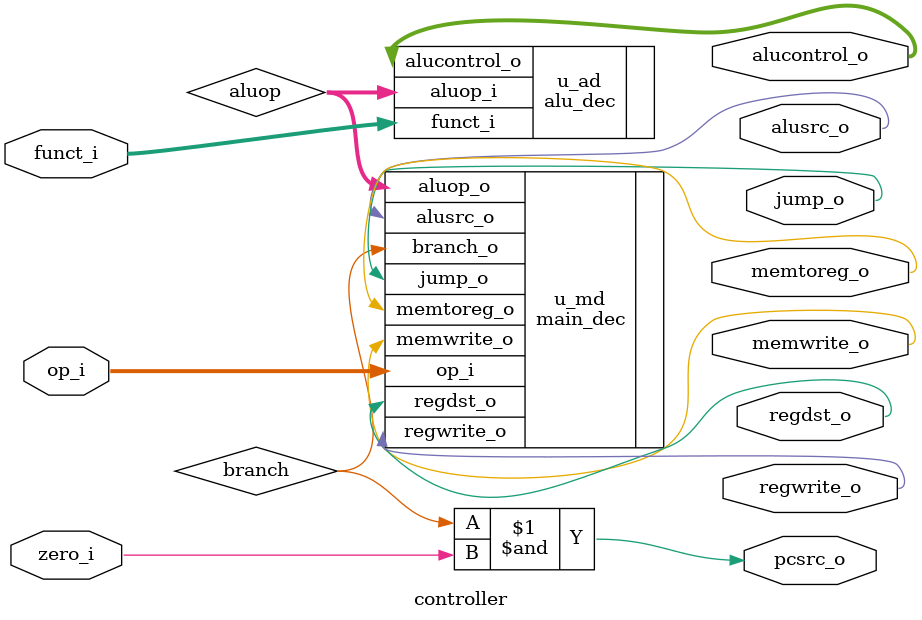
<source format=v>
`timescale 1ns / 1ps


module controller(
	input 	wire	[5:0] 	op_i,
	input 	wire	[5:0]	funct_i,
	input 	wire 			zero_i,
	output 	wire 			memtoreg_o,
	output 	wire 			memwrite_o,
	output 	wire 			pcsrc_o,
	output 	wire 			alusrc_o,
	output 	wire 			regdst_o,
	output 	wire 			regwrite_o,
	output 	wire 			jump_o,
	output 	wire	[2:0] 	alucontrol_o
);
	
	wire			[1:0] 	aluop;
	wire 					branch;

	main_dec u_md(
		.op_i		(op_i),
		.memtoreg_o	(memtoreg_o),
		.memwrite_o	(memwrite_o),
		.branch_o	(branch),
		.alusrc_o	(alusrc_o),
		.regdst_o	(regdst_o),
		.regwrite_o	(regwrite_o),
		.jump_o		(jump_o),
		.aluop_o	(aluop)
	);

	alu_dec u_ad(
		.funct_i 		(funct_i),
		.aluop_i		(aluop),
		.alucontrol_o	(alucontrol_o)
	);

	assign pcsrc_o = branch & zero_i;

endmodule

</source>
